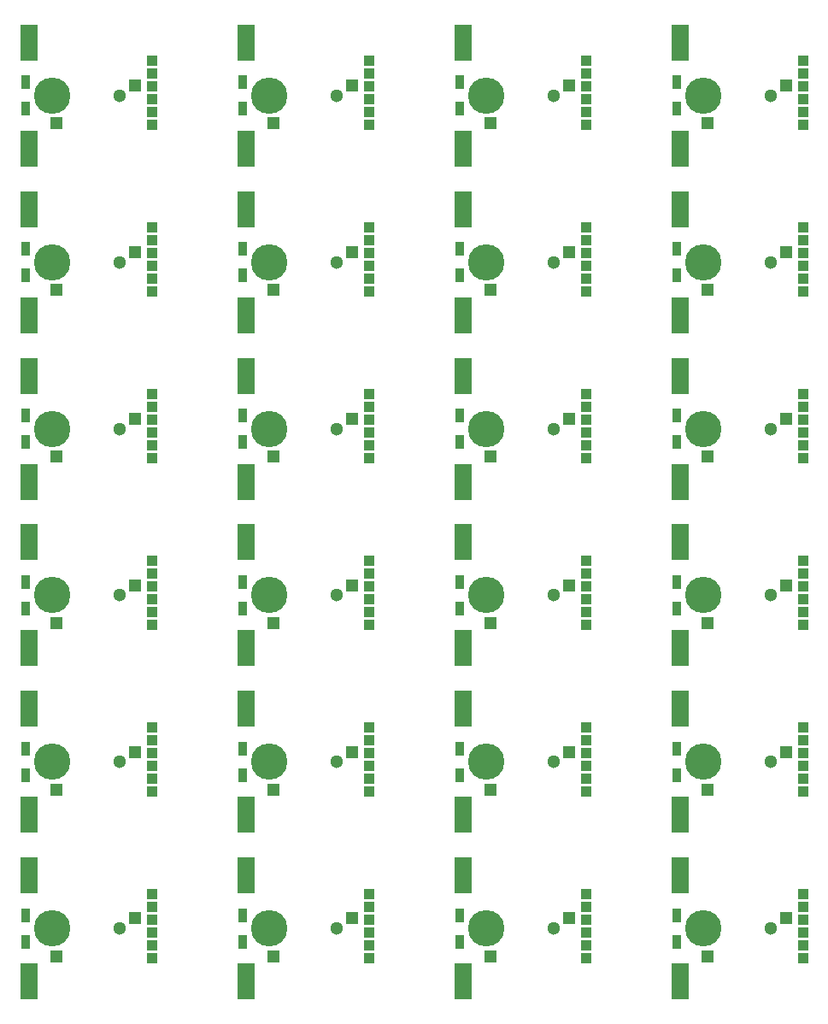
<source format=gbs>
%TF.GenerationSoftware,KiCad,Pcbnew,(5.1.6)-1*%
%TF.CreationDate,2020-09-22T23:15:16+09:00*%
%TF.ProjectId,funcdecoder_tomix_pcb_8919_rev0_panelize_94mm_97mm,66756e63-6465-4636-9f64-65725f746f6d,rev?*%
%TF.SameCoordinates,PX4c4b400PY3938700*%
%TF.FileFunction,Soldermask,Bot*%
%TF.FilePolarity,Negative*%
%FSLAX46Y46*%
G04 Gerber Fmt 4.6, Leading zero omitted, Abs format (unit mm)*
G04 Created by KiCad (PCBNEW (5.1.6)-1) date 2020-09-22 23:15:16*
%MOMM*%
%LPD*%
G01*
G04 APERTURE LIST*
%ADD10R,1.050000X1.050000*%
%ADD11R,1.300000X1.300000*%
%ADD12R,1.800000X3.600000*%
%ADD13R,0.850000X1.400000*%
%ADD14C,1.300000*%
%ADD15C,3.600000*%
G04 APERTURE END LIST*
D10*
%TO.C,J1*%
X22750000Y-86325000D03*
X22750000Y-87595000D03*
X22750000Y-88865000D03*
X22750000Y-90135000D03*
X22750000Y-91405000D03*
X22750000Y-92675000D03*
%TD*%
%TO.C,J1*%
X44250000Y-86325000D03*
X44250000Y-87595000D03*
X44250000Y-88865000D03*
X44250000Y-90135000D03*
X44250000Y-91405000D03*
X44250000Y-92675000D03*
%TD*%
%TO.C,J1*%
X44250000Y-69825000D03*
X44250000Y-71095000D03*
X44250000Y-72365000D03*
X44250000Y-73635000D03*
X44250000Y-74905000D03*
X44250000Y-76175000D03*
%TD*%
%TO.C,J1*%
X22750000Y-69825000D03*
X22750000Y-71095000D03*
X22750000Y-72365000D03*
X22750000Y-73635000D03*
X22750000Y-74905000D03*
X22750000Y-76175000D03*
%TD*%
%TO.C,J1*%
X22750000Y-53325000D03*
X22750000Y-54595000D03*
X22750000Y-55865000D03*
X22750000Y-57135000D03*
X22750000Y-58405000D03*
X22750000Y-59675000D03*
%TD*%
%TO.C,J1*%
X44250000Y-53325000D03*
X44250000Y-54595000D03*
X44250000Y-55865000D03*
X44250000Y-57135000D03*
X44250000Y-58405000D03*
X44250000Y-59675000D03*
%TD*%
%TO.C,J1*%
X65750000Y-86325000D03*
X65750000Y-87595000D03*
X65750000Y-88865000D03*
X65750000Y-90135000D03*
X65750000Y-91405000D03*
X65750000Y-92675000D03*
%TD*%
%TO.C,J1*%
X65750000Y-69825000D03*
X65750000Y-71095000D03*
X65750000Y-72365000D03*
X65750000Y-73635000D03*
X65750000Y-74905000D03*
X65750000Y-76175000D03*
%TD*%
%TO.C,J1*%
X65750000Y-53325000D03*
X65750000Y-54595000D03*
X65750000Y-55865000D03*
X65750000Y-57135000D03*
X65750000Y-58405000D03*
X65750000Y-59675000D03*
%TD*%
%TO.C,J1*%
X87250000Y-86325000D03*
X87250000Y-87595000D03*
X87250000Y-88865000D03*
X87250000Y-90135000D03*
X87250000Y-91405000D03*
X87250000Y-92675000D03*
%TD*%
%TO.C,J1*%
X87250000Y-69825000D03*
X87250000Y-71095000D03*
X87250000Y-72365000D03*
X87250000Y-73635000D03*
X87250000Y-74905000D03*
X87250000Y-76175000D03*
%TD*%
%TO.C,J1*%
X87250000Y-53325000D03*
X87250000Y-54595000D03*
X87250000Y-55865000D03*
X87250000Y-57135000D03*
X87250000Y-58405000D03*
X87250000Y-59675000D03*
%TD*%
%TO.C,J1*%
X87250000Y-36825000D03*
X87250000Y-38095000D03*
X87250000Y-39365000D03*
X87250000Y-40635000D03*
X87250000Y-41905000D03*
X87250000Y-43175000D03*
%TD*%
%TO.C,J1*%
X65750000Y-36825000D03*
X65750000Y-38095000D03*
X65750000Y-39365000D03*
X65750000Y-40635000D03*
X65750000Y-41905000D03*
X65750000Y-43175000D03*
%TD*%
%TO.C,J1*%
X44250000Y-36825000D03*
X44250000Y-38095000D03*
X44250000Y-39365000D03*
X44250000Y-40635000D03*
X44250000Y-41905000D03*
X44250000Y-43175000D03*
%TD*%
%TO.C,J1*%
X22750000Y-36825000D03*
X22750000Y-38095000D03*
X22750000Y-39365000D03*
X22750000Y-40635000D03*
X22750000Y-41905000D03*
X22750000Y-43175000D03*
%TD*%
%TO.C,J1*%
X87250000Y-20325000D03*
X87250000Y-21595000D03*
X87250000Y-22865000D03*
X87250000Y-24135000D03*
X87250000Y-25405000D03*
X87250000Y-26675000D03*
%TD*%
%TO.C,J1*%
X65750000Y-20325000D03*
X65750000Y-21595000D03*
X65750000Y-22865000D03*
X65750000Y-24135000D03*
X65750000Y-25405000D03*
X65750000Y-26675000D03*
%TD*%
%TO.C,J1*%
X44250000Y-20325000D03*
X44250000Y-21595000D03*
X44250000Y-22865000D03*
X44250000Y-24135000D03*
X44250000Y-25405000D03*
X44250000Y-26675000D03*
%TD*%
%TO.C,J1*%
X22750000Y-20325000D03*
X22750000Y-21595000D03*
X22750000Y-22865000D03*
X22750000Y-24135000D03*
X22750000Y-25405000D03*
X22750000Y-26675000D03*
%TD*%
%TO.C,J1*%
X87250000Y-3825000D03*
X87250000Y-5095000D03*
X87250000Y-6365000D03*
X87250000Y-7635000D03*
X87250000Y-8905000D03*
X87250000Y-10175000D03*
%TD*%
%TO.C,J1*%
X65750000Y-3825000D03*
X65750000Y-5095000D03*
X65750000Y-6365000D03*
X65750000Y-7635000D03*
X65750000Y-8905000D03*
X65750000Y-10175000D03*
%TD*%
%TO.C,J1*%
X44250000Y-3825000D03*
X44250000Y-5095000D03*
X44250000Y-6365000D03*
X44250000Y-7635000D03*
X44250000Y-8905000D03*
X44250000Y-10175000D03*
%TD*%
%TO.C,J1*%
X22750000Y-3825000D03*
X22750000Y-5095000D03*
X22750000Y-6365000D03*
X22750000Y-7635000D03*
X22750000Y-8905000D03*
X22750000Y-10175000D03*
%TD*%
D11*
%TO.C,PAD2*%
X85500000Y-88750000D03*
%TD*%
%TO.C,PAD2*%
X64000000Y-88750000D03*
%TD*%
%TO.C,PAD2*%
X42500000Y-88750000D03*
%TD*%
%TO.C,PAD2*%
X21000000Y-88750000D03*
%TD*%
%TO.C,PAD2*%
X85500000Y-72250000D03*
%TD*%
%TO.C,PAD2*%
X64000000Y-72250000D03*
%TD*%
%TO.C,PAD2*%
X42500000Y-72250000D03*
%TD*%
%TO.C,PAD2*%
X21000000Y-72250000D03*
%TD*%
%TO.C,PAD2*%
X85500000Y-55750000D03*
%TD*%
%TO.C,PAD2*%
X64000000Y-55750000D03*
%TD*%
%TO.C,PAD2*%
X42500000Y-55750000D03*
%TD*%
%TO.C,PAD2*%
X21000000Y-55750000D03*
%TD*%
%TO.C,PAD2*%
X85500000Y-39250000D03*
%TD*%
%TO.C,PAD2*%
X64000000Y-39250000D03*
%TD*%
%TO.C,PAD2*%
X42500000Y-39250000D03*
%TD*%
%TO.C,PAD2*%
X21000000Y-39250000D03*
%TD*%
%TO.C,PAD2*%
X85500000Y-22750000D03*
%TD*%
%TO.C,PAD2*%
X64000000Y-22750000D03*
%TD*%
%TO.C,PAD2*%
X42500000Y-22750000D03*
%TD*%
%TO.C,PAD2*%
X21000000Y-22750000D03*
%TD*%
%TO.C,PAD2*%
X85500000Y-6250000D03*
%TD*%
%TO.C,PAD2*%
X64000000Y-6250000D03*
%TD*%
%TO.C,PAD2*%
X42500000Y-6250000D03*
%TD*%
%TO.C,PAD1*%
X77750000Y-92500000D03*
%TD*%
%TO.C,PAD1*%
X56250000Y-92500000D03*
%TD*%
%TO.C,PAD1*%
X34750000Y-92500000D03*
%TD*%
%TO.C,PAD1*%
X13250000Y-92500000D03*
%TD*%
%TO.C,PAD1*%
X77750000Y-76000000D03*
%TD*%
%TO.C,PAD1*%
X56250000Y-76000000D03*
%TD*%
%TO.C,PAD1*%
X34750000Y-76000000D03*
%TD*%
%TO.C,PAD1*%
X13250000Y-76000000D03*
%TD*%
%TO.C,PAD1*%
X77750000Y-59500000D03*
%TD*%
%TO.C,PAD1*%
X56250000Y-59500000D03*
%TD*%
%TO.C,PAD1*%
X34750000Y-59500000D03*
%TD*%
%TO.C,PAD1*%
X13250000Y-59500000D03*
%TD*%
%TO.C,PAD1*%
X77750000Y-43000000D03*
%TD*%
%TO.C,PAD1*%
X56250000Y-43000000D03*
%TD*%
%TO.C,PAD1*%
X34750000Y-43000000D03*
%TD*%
%TO.C,PAD1*%
X13250000Y-43000000D03*
%TD*%
%TO.C,PAD1*%
X77750000Y-26500000D03*
%TD*%
%TO.C,PAD1*%
X56250000Y-26500000D03*
%TD*%
%TO.C,PAD1*%
X34750000Y-26500000D03*
%TD*%
%TO.C,PAD1*%
X13250000Y-26500000D03*
%TD*%
%TO.C,PAD1*%
X77750000Y-10000000D03*
%TD*%
%TO.C,PAD1*%
X56250000Y-10000000D03*
%TD*%
%TO.C,PAD1*%
X34750000Y-10000000D03*
%TD*%
D12*
%TO.C,J3*%
X75000000Y-95000000D03*
%TD*%
%TO.C,J3*%
X53500000Y-95000000D03*
%TD*%
%TO.C,J3*%
X32000000Y-95000000D03*
%TD*%
%TO.C,J3*%
X10500000Y-95000000D03*
%TD*%
%TO.C,J3*%
X75000000Y-78500000D03*
%TD*%
%TO.C,J3*%
X53500000Y-78500000D03*
%TD*%
%TO.C,J3*%
X32000000Y-78500000D03*
%TD*%
%TO.C,J3*%
X10500000Y-78500000D03*
%TD*%
%TO.C,J3*%
X75000000Y-62000000D03*
%TD*%
%TO.C,J3*%
X53500000Y-62000000D03*
%TD*%
%TO.C,J3*%
X32000000Y-62000000D03*
%TD*%
%TO.C,J3*%
X10500000Y-62000000D03*
%TD*%
%TO.C,J3*%
X75000000Y-45500000D03*
%TD*%
%TO.C,J3*%
X53500000Y-45500000D03*
%TD*%
%TO.C,J3*%
X32000000Y-45500000D03*
%TD*%
%TO.C,J3*%
X10500000Y-45500000D03*
%TD*%
%TO.C,J3*%
X75000000Y-29000000D03*
%TD*%
%TO.C,J3*%
X53500000Y-29000000D03*
%TD*%
%TO.C,J3*%
X32000000Y-29000000D03*
%TD*%
%TO.C,J3*%
X10500000Y-29000000D03*
%TD*%
%TO.C,J3*%
X75000000Y-12500000D03*
%TD*%
%TO.C,J3*%
X53500000Y-12500000D03*
%TD*%
%TO.C,J3*%
X32000000Y-12500000D03*
%TD*%
%TO.C,J2*%
X75000000Y-84500000D03*
%TD*%
%TO.C,J2*%
X53500000Y-84500000D03*
%TD*%
%TO.C,J2*%
X32000000Y-84500000D03*
%TD*%
%TO.C,J2*%
X10500000Y-84500000D03*
%TD*%
%TO.C,J2*%
X75000000Y-68000000D03*
%TD*%
%TO.C,J2*%
X53500000Y-68000000D03*
%TD*%
%TO.C,J2*%
X32000000Y-68000000D03*
%TD*%
%TO.C,J2*%
X10500000Y-68000000D03*
%TD*%
%TO.C,J2*%
X75000000Y-51500000D03*
%TD*%
%TO.C,J2*%
X53500000Y-51500000D03*
%TD*%
%TO.C,J2*%
X32000000Y-51500000D03*
%TD*%
%TO.C,J2*%
X10500000Y-51500000D03*
%TD*%
%TO.C,J2*%
X75000000Y-35000000D03*
%TD*%
%TO.C,J2*%
X53500000Y-35000000D03*
%TD*%
%TO.C,J2*%
X32000000Y-35000000D03*
%TD*%
%TO.C,J2*%
X10500000Y-35000000D03*
%TD*%
%TO.C,J2*%
X75000000Y-18500000D03*
%TD*%
%TO.C,J2*%
X53500000Y-18500000D03*
%TD*%
%TO.C,J2*%
X32000000Y-18500000D03*
%TD*%
%TO.C,J2*%
X10500000Y-18500000D03*
%TD*%
%TO.C,J2*%
X75000000Y-2000000D03*
%TD*%
%TO.C,J2*%
X53500000Y-2000000D03*
%TD*%
%TO.C,J2*%
X32000000Y-2000000D03*
%TD*%
D13*
%TO.C,D4*%
X74725000Y-91050000D03*
X74725000Y-88450000D03*
%TD*%
%TO.C,D4*%
X53225000Y-91050000D03*
X53225000Y-88450000D03*
%TD*%
%TO.C,D4*%
X31725000Y-91050000D03*
X31725000Y-88450000D03*
%TD*%
%TO.C,D4*%
X10225000Y-91050000D03*
X10225000Y-88450000D03*
%TD*%
%TO.C,D4*%
X74725000Y-74550000D03*
X74725000Y-71950000D03*
%TD*%
%TO.C,D4*%
X53225000Y-74550000D03*
X53225000Y-71950000D03*
%TD*%
%TO.C,D4*%
X31725000Y-74550000D03*
X31725000Y-71950000D03*
%TD*%
%TO.C,D4*%
X10225000Y-74550000D03*
X10225000Y-71950000D03*
%TD*%
%TO.C,D4*%
X74725000Y-58050000D03*
X74725000Y-55450000D03*
%TD*%
%TO.C,D4*%
X53225000Y-58050000D03*
X53225000Y-55450000D03*
%TD*%
%TO.C,D4*%
X31725000Y-58050000D03*
X31725000Y-55450000D03*
%TD*%
%TO.C,D4*%
X10225000Y-58050000D03*
X10225000Y-55450000D03*
%TD*%
%TO.C,D4*%
X74725000Y-41550000D03*
X74725000Y-38950000D03*
%TD*%
%TO.C,D4*%
X53225000Y-41550000D03*
X53225000Y-38950000D03*
%TD*%
%TO.C,D4*%
X31725000Y-41550000D03*
X31725000Y-38950000D03*
%TD*%
%TO.C,D4*%
X10225000Y-41550000D03*
X10225000Y-38950000D03*
%TD*%
%TO.C,D4*%
X74725000Y-25050000D03*
X74725000Y-22450000D03*
%TD*%
%TO.C,D4*%
X53225000Y-25050000D03*
X53225000Y-22450000D03*
%TD*%
%TO.C,D4*%
X31725000Y-25050000D03*
X31725000Y-22450000D03*
%TD*%
%TO.C,D4*%
X10225000Y-25050000D03*
X10225000Y-22450000D03*
%TD*%
%TO.C,D4*%
X74725000Y-8550000D03*
X74725000Y-5950000D03*
%TD*%
%TO.C,D4*%
X53225000Y-8550000D03*
X53225000Y-5950000D03*
%TD*%
%TO.C,D4*%
X31725000Y-8550000D03*
X31725000Y-5950000D03*
%TD*%
D14*
%TO.C,H\u002A\u002A*%
X84000000Y-89750000D03*
%TD*%
%TO.C,H\u002A\u002A*%
X62500000Y-89750000D03*
%TD*%
%TO.C,H\u002A\u002A*%
X41000000Y-89750000D03*
%TD*%
%TO.C,H\u002A\u002A*%
X19500000Y-89750000D03*
%TD*%
%TO.C,H\u002A\u002A*%
X84000000Y-73250000D03*
%TD*%
%TO.C,H\u002A\u002A*%
X62500000Y-73250000D03*
%TD*%
%TO.C,H\u002A\u002A*%
X41000000Y-73250000D03*
%TD*%
%TO.C,H\u002A\u002A*%
X19500000Y-73250000D03*
%TD*%
%TO.C,H\u002A\u002A*%
X84000000Y-56750000D03*
%TD*%
%TO.C,H\u002A\u002A*%
X62500000Y-56750000D03*
%TD*%
%TO.C,H\u002A\u002A*%
X41000000Y-56750000D03*
%TD*%
%TO.C,H\u002A\u002A*%
X19500000Y-56750000D03*
%TD*%
%TO.C,H\u002A\u002A*%
X84000000Y-40250000D03*
%TD*%
%TO.C,H\u002A\u002A*%
X62500000Y-40250000D03*
%TD*%
%TO.C,H\u002A\u002A*%
X41000000Y-40250000D03*
%TD*%
%TO.C,H\u002A\u002A*%
X19500000Y-40250000D03*
%TD*%
%TO.C,H\u002A\u002A*%
X84000000Y-23750000D03*
%TD*%
%TO.C,H\u002A\u002A*%
X62500000Y-23750000D03*
%TD*%
%TO.C,H\u002A\u002A*%
X41000000Y-23750000D03*
%TD*%
%TO.C,H\u002A\u002A*%
X19500000Y-23750000D03*
%TD*%
%TO.C,H\u002A\u002A*%
X84000000Y-7250000D03*
%TD*%
%TO.C,H\u002A\u002A*%
X62500000Y-7250000D03*
%TD*%
%TO.C,H\u002A\u002A*%
X41000000Y-7250000D03*
%TD*%
D15*
%TO.C,H\u002A\u002A*%
X77300000Y-89750000D03*
%TD*%
%TO.C,H\u002A\u002A*%
X55800000Y-89750000D03*
%TD*%
%TO.C,H\u002A\u002A*%
X34300000Y-89750000D03*
%TD*%
%TO.C,H\u002A\u002A*%
X12800000Y-89750000D03*
%TD*%
%TO.C,H\u002A\u002A*%
X77300000Y-73250000D03*
%TD*%
%TO.C,H\u002A\u002A*%
X55800000Y-73250000D03*
%TD*%
%TO.C,H\u002A\u002A*%
X34300000Y-73250000D03*
%TD*%
%TO.C,H\u002A\u002A*%
X12800000Y-73250000D03*
%TD*%
%TO.C,H\u002A\u002A*%
X77300000Y-56750000D03*
%TD*%
%TO.C,H\u002A\u002A*%
X55800000Y-56750000D03*
%TD*%
%TO.C,H\u002A\u002A*%
X34300000Y-56750000D03*
%TD*%
%TO.C,H\u002A\u002A*%
X12800000Y-56750000D03*
%TD*%
%TO.C,H\u002A\u002A*%
X77300000Y-40250000D03*
%TD*%
%TO.C,H\u002A\u002A*%
X55800000Y-40250000D03*
%TD*%
%TO.C,H\u002A\u002A*%
X34300000Y-40250000D03*
%TD*%
%TO.C,H\u002A\u002A*%
X12800000Y-40250000D03*
%TD*%
%TO.C,H\u002A\u002A*%
X77300000Y-23750000D03*
%TD*%
%TO.C,H\u002A\u002A*%
X55800000Y-23750000D03*
%TD*%
%TO.C,H\u002A\u002A*%
X34300000Y-23750000D03*
%TD*%
%TO.C,H\u002A\u002A*%
X12800000Y-23750000D03*
%TD*%
%TO.C,H\u002A\u002A*%
X77300000Y-7250000D03*
%TD*%
%TO.C,H\u002A\u002A*%
X55800000Y-7250000D03*
%TD*%
%TO.C,H\u002A\u002A*%
X34300000Y-7250000D03*
%TD*%
D14*
%TO.C,H\u002A\u002A*%
X19500000Y-7250000D03*
%TD*%
D15*
%TO.C,H\u002A\u002A*%
X12800000Y-7250000D03*
%TD*%
D13*
%TO.C,D4*%
X10225000Y-8550000D03*
X10225000Y-5950000D03*
%TD*%
D12*
%TO.C,J2*%
X10500000Y-2000000D03*
%TD*%
%TO.C,J3*%
X10500000Y-12500000D03*
%TD*%
D11*
%TO.C,PAD1*%
X13250000Y-10000000D03*
%TD*%
%TO.C,PAD2*%
X21000000Y-6250000D03*
%TD*%
M02*

</source>
